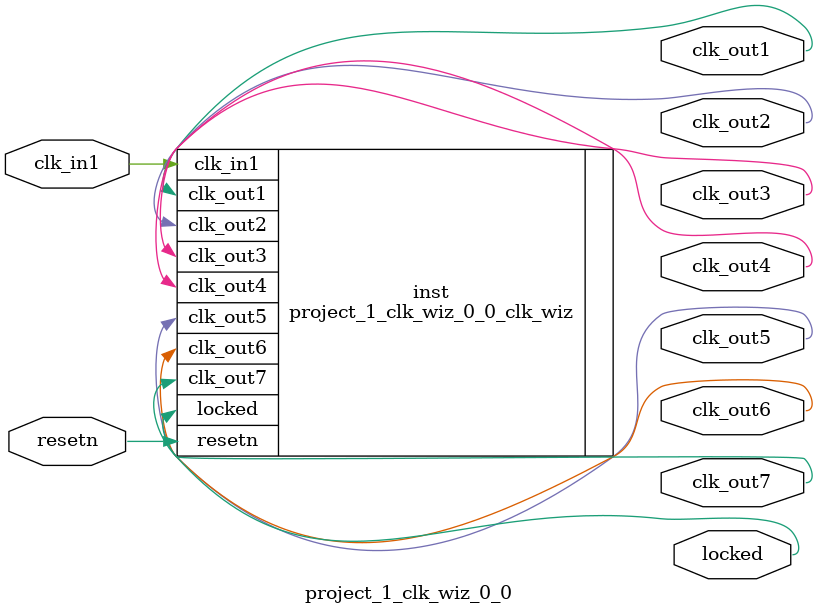
<source format=v>


`timescale 1ps/1ps

(* CORE_GENERATION_INFO = "project_1_clk_wiz_0_0,clk_wiz_v6_0_14_0_0,{component_name=project_1_clk_wiz_0_0,use_phase_alignment=false,use_min_o_jitter=false,use_max_i_jitter=false,use_dyn_phase_shift=false,use_inclk_switchover=false,use_dyn_reconfig=false,enable_axi=0,feedback_source=FDBK_AUTO,PRIMITIVE=MMCM,num_out_clk=7,clkin1_period=10.001,clkin2_period=10.000,use_power_down=false,use_reset=true,use_locked=true,use_inclk_stopped=false,feedback_type=SINGLE,CLOCK_MGR_TYPE=NA,manual_override=false}" *)

module project_1_clk_wiz_0_0 
 (
  // Clock out ports
  output        clk_out1,
  output        clk_out2,
  output        clk_out3,
  output        clk_out4,
  output        clk_out5,
  output        clk_out6,
  output        clk_out7,
  // Status and control signals
  input         resetn,
  output        locked,
 // Clock in ports
  input         clk_in1
 );

  project_1_clk_wiz_0_0_clk_wiz inst
  (
  // Clock out ports  
  .clk_out1(clk_out1),
  .clk_out2(clk_out2),
  .clk_out3(clk_out3),
  .clk_out4(clk_out4),
  .clk_out5(clk_out5),
  .clk_out6(clk_out6),
  .clk_out7(clk_out7),
  // Status and control signals               
  .resetn(resetn), 
  .locked(locked),
 // Clock in ports
  .clk_in1(clk_in1)
  );

endmodule

</source>
